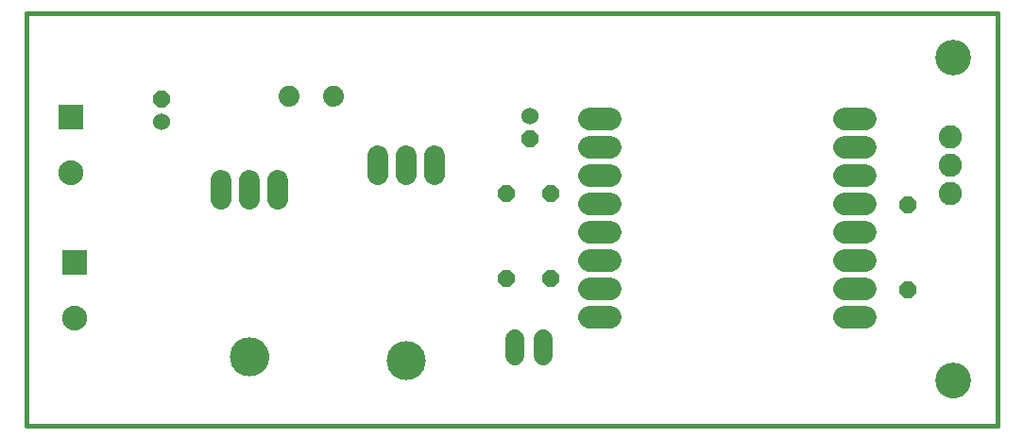
<source format=gts>
G75*
%MOIN*%
%OFA0B0*%
%FSLAX25Y25*%
%IPPOS*%
%LPD*%
%AMOC8*
5,1,8,0,0,1.08239X$1,22.5*
%
%ADD10C,0.01600*%
%ADD11OC8,0.06000*%
%ADD12C,0.06000*%
%ADD13C,0.08200*%
%ADD14R,0.08800X0.08800*%
%ADD15C,0.08800*%
%ADD16C,0.07400*%
%ADD17C,0.08000*%
%ADD18C,0.07400*%
%ADD19C,0.00000*%
%ADD20C,0.13800*%
%ADD21C,0.11824*%
%ADD22C,0.12611*%
%ADD23C,0.06800*%
D10*
X0001800Y0002252D02*
X0001800Y0147921D01*
X0344320Y0147921D01*
X0344320Y0002252D01*
X0001800Y0002252D01*
D11*
X0171091Y0054181D03*
X0186839Y0054181D03*
X0186839Y0084181D03*
X0171091Y0084181D03*
X0179438Y0103291D03*
X0049280Y0117512D03*
X0312824Y0080244D03*
X0312824Y0050244D03*
D12*
X0179438Y0111291D03*
X0049280Y0109512D03*
D13*
X0327745Y0104142D03*
X0327745Y0094142D03*
X0327745Y0084142D03*
D14*
X0018690Y0059850D03*
X0017509Y0111031D03*
D15*
X0017509Y0091346D03*
X0018690Y0040165D03*
D16*
X0094280Y0118512D03*
X0110028Y0118512D03*
D17*
X0200405Y0110441D02*
X0207605Y0110441D01*
X0207605Y0100441D02*
X0200405Y0100441D01*
X0200405Y0090441D02*
X0207605Y0090441D01*
X0207605Y0080441D02*
X0200405Y0080441D01*
X0200405Y0070441D02*
X0207605Y0070441D01*
X0207605Y0060441D02*
X0200405Y0060441D01*
X0200405Y0050441D02*
X0207605Y0050441D01*
X0207605Y0040441D02*
X0200405Y0040441D01*
X0290405Y0040441D02*
X0297605Y0040441D01*
X0297605Y0050441D02*
X0290405Y0050441D01*
X0290405Y0060441D02*
X0297605Y0060441D01*
X0297605Y0070441D02*
X0290405Y0070441D01*
X0290405Y0080441D02*
X0297605Y0080441D01*
X0297605Y0090441D02*
X0290405Y0090441D01*
X0290405Y0100441D02*
X0297605Y0100441D01*
X0297605Y0110441D02*
X0290405Y0110441D01*
D18*
X0145658Y0097481D02*
X0145658Y0090881D01*
X0135658Y0090881D02*
X0135658Y0097481D01*
X0125658Y0097481D02*
X0125658Y0090881D01*
X0090540Y0088859D02*
X0090540Y0082259D01*
X0080540Y0082259D02*
X0080540Y0088859D01*
X0070540Y0088859D02*
X0070540Y0082259D01*
D19*
X0074040Y0026559D02*
X0074042Y0026720D01*
X0074048Y0026880D01*
X0074058Y0027041D01*
X0074072Y0027201D01*
X0074090Y0027361D01*
X0074111Y0027520D01*
X0074137Y0027679D01*
X0074167Y0027837D01*
X0074200Y0027994D01*
X0074238Y0028151D01*
X0074279Y0028306D01*
X0074324Y0028460D01*
X0074373Y0028613D01*
X0074426Y0028765D01*
X0074482Y0028916D01*
X0074543Y0029065D01*
X0074606Y0029213D01*
X0074674Y0029359D01*
X0074745Y0029503D01*
X0074819Y0029645D01*
X0074897Y0029786D01*
X0074979Y0029924D01*
X0075064Y0030061D01*
X0075152Y0030195D01*
X0075244Y0030327D01*
X0075339Y0030457D01*
X0075437Y0030585D01*
X0075538Y0030710D01*
X0075642Y0030832D01*
X0075749Y0030952D01*
X0075859Y0031069D01*
X0075972Y0031184D01*
X0076088Y0031295D01*
X0076207Y0031404D01*
X0076328Y0031509D01*
X0076452Y0031612D01*
X0076578Y0031712D01*
X0076706Y0031808D01*
X0076837Y0031901D01*
X0076971Y0031991D01*
X0077106Y0032078D01*
X0077244Y0032161D01*
X0077383Y0032241D01*
X0077525Y0032317D01*
X0077668Y0032390D01*
X0077813Y0032459D01*
X0077960Y0032525D01*
X0078108Y0032587D01*
X0078258Y0032645D01*
X0078409Y0032700D01*
X0078562Y0032751D01*
X0078716Y0032798D01*
X0078871Y0032841D01*
X0079027Y0032880D01*
X0079183Y0032916D01*
X0079341Y0032947D01*
X0079499Y0032975D01*
X0079658Y0032999D01*
X0079818Y0033019D01*
X0079978Y0033035D01*
X0080138Y0033047D01*
X0080299Y0033055D01*
X0080460Y0033059D01*
X0080620Y0033059D01*
X0080781Y0033055D01*
X0080942Y0033047D01*
X0081102Y0033035D01*
X0081262Y0033019D01*
X0081422Y0032999D01*
X0081581Y0032975D01*
X0081739Y0032947D01*
X0081897Y0032916D01*
X0082053Y0032880D01*
X0082209Y0032841D01*
X0082364Y0032798D01*
X0082518Y0032751D01*
X0082671Y0032700D01*
X0082822Y0032645D01*
X0082972Y0032587D01*
X0083120Y0032525D01*
X0083267Y0032459D01*
X0083412Y0032390D01*
X0083555Y0032317D01*
X0083697Y0032241D01*
X0083836Y0032161D01*
X0083974Y0032078D01*
X0084109Y0031991D01*
X0084243Y0031901D01*
X0084374Y0031808D01*
X0084502Y0031712D01*
X0084628Y0031612D01*
X0084752Y0031509D01*
X0084873Y0031404D01*
X0084992Y0031295D01*
X0085108Y0031184D01*
X0085221Y0031069D01*
X0085331Y0030952D01*
X0085438Y0030832D01*
X0085542Y0030710D01*
X0085643Y0030585D01*
X0085741Y0030457D01*
X0085836Y0030327D01*
X0085928Y0030195D01*
X0086016Y0030061D01*
X0086101Y0029924D01*
X0086183Y0029786D01*
X0086261Y0029645D01*
X0086335Y0029503D01*
X0086406Y0029359D01*
X0086474Y0029213D01*
X0086537Y0029065D01*
X0086598Y0028916D01*
X0086654Y0028765D01*
X0086707Y0028613D01*
X0086756Y0028460D01*
X0086801Y0028306D01*
X0086842Y0028151D01*
X0086880Y0027994D01*
X0086913Y0027837D01*
X0086943Y0027679D01*
X0086969Y0027520D01*
X0086990Y0027361D01*
X0087008Y0027201D01*
X0087022Y0027041D01*
X0087032Y0026880D01*
X0087038Y0026720D01*
X0087040Y0026559D01*
X0087038Y0026398D01*
X0087032Y0026238D01*
X0087022Y0026077D01*
X0087008Y0025917D01*
X0086990Y0025757D01*
X0086969Y0025598D01*
X0086943Y0025439D01*
X0086913Y0025281D01*
X0086880Y0025124D01*
X0086842Y0024967D01*
X0086801Y0024812D01*
X0086756Y0024658D01*
X0086707Y0024505D01*
X0086654Y0024353D01*
X0086598Y0024202D01*
X0086537Y0024053D01*
X0086474Y0023905D01*
X0086406Y0023759D01*
X0086335Y0023615D01*
X0086261Y0023473D01*
X0086183Y0023332D01*
X0086101Y0023194D01*
X0086016Y0023057D01*
X0085928Y0022923D01*
X0085836Y0022791D01*
X0085741Y0022661D01*
X0085643Y0022533D01*
X0085542Y0022408D01*
X0085438Y0022286D01*
X0085331Y0022166D01*
X0085221Y0022049D01*
X0085108Y0021934D01*
X0084992Y0021823D01*
X0084873Y0021714D01*
X0084752Y0021609D01*
X0084628Y0021506D01*
X0084502Y0021406D01*
X0084374Y0021310D01*
X0084243Y0021217D01*
X0084109Y0021127D01*
X0083974Y0021040D01*
X0083836Y0020957D01*
X0083697Y0020877D01*
X0083555Y0020801D01*
X0083412Y0020728D01*
X0083267Y0020659D01*
X0083120Y0020593D01*
X0082972Y0020531D01*
X0082822Y0020473D01*
X0082671Y0020418D01*
X0082518Y0020367D01*
X0082364Y0020320D01*
X0082209Y0020277D01*
X0082053Y0020238D01*
X0081897Y0020202D01*
X0081739Y0020171D01*
X0081581Y0020143D01*
X0081422Y0020119D01*
X0081262Y0020099D01*
X0081102Y0020083D01*
X0080942Y0020071D01*
X0080781Y0020063D01*
X0080620Y0020059D01*
X0080460Y0020059D01*
X0080299Y0020063D01*
X0080138Y0020071D01*
X0079978Y0020083D01*
X0079818Y0020099D01*
X0079658Y0020119D01*
X0079499Y0020143D01*
X0079341Y0020171D01*
X0079183Y0020202D01*
X0079027Y0020238D01*
X0078871Y0020277D01*
X0078716Y0020320D01*
X0078562Y0020367D01*
X0078409Y0020418D01*
X0078258Y0020473D01*
X0078108Y0020531D01*
X0077960Y0020593D01*
X0077813Y0020659D01*
X0077668Y0020728D01*
X0077525Y0020801D01*
X0077383Y0020877D01*
X0077244Y0020957D01*
X0077106Y0021040D01*
X0076971Y0021127D01*
X0076837Y0021217D01*
X0076706Y0021310D01*
X0076578Y0021406D01*
X0076452Y0021506D01*
X0076328Y0021609D01*
X0076207Y0021714D01*
X0076088Y0021823D01*
X0075972Y0021934D01*
X0075859Y0022049D01*
X0075749Y0022166D01*
X0075642Y0022286D01*
X0075538Y0022408D01*
X0075437Y0022533D01*
X0075339Y0022661D01*
X0075244Y0022791D01*
X0075152Y0022923D01*
X0075064Y0023057D01*
X0074979Y0023194D01*
X0074897Y0023332D01*
X0074819Y0023473D01*
X0074745Y0023615D01*
X0074674Y0023759D01*
X0074606Y0023905D01*
X0074543Y0024053D01*
X0074482Y0024202D01*
X0074426Y0024353D01*
X0074373Y0024505D01*
X0074324Y0024658D01*
X0074279Y0024812D01*
X0074238Y0024967D01*
X0074200Y0025124D01*
X0074167Y0025281D01*
X0074137Y0025439D01*
X0074111Y0025598D01*
X0074090Y0025757D01*
X0074072Y0025917D01*
X0074058Y0026077D01*
X0074048Y0026238D01*
X0074042Y0026398D01*
X0074040Y0026559D01*
X0075028Y0025874D02*
X0075030Y0026022D01*
X0075036Y0026170D01*
X0075046Y0026318D01*
X0075060Y0026465D01*
X0075078Y0026612D01*
X0075099Y0026758D01*
X0075125Y0026904D01*
X0075155Y0027049D01*
X0075188Y0027193D01*
X0075226Y0027336D01*
X0075267Y0027478D01*
X0075312Y0027619D01*
X0075360Y0027759D01*
X0075413Y0027898D01*
X0075469Y0028035D01*
X0075529Y0028170D01*
X0075592Y0028304D01*
X0075659Y0028436D01*
X0075730Y0028566D01*
X0075804Y0028694D01*
X0075881Y0028820D01*
X0075962Y0028944D01*
X0076046Y0029066D01*
X0076133Y0029185D01*
X0076224Y0029302D01*
X0076318Y0029417D01*
X0076414Y0029529D01*
X0076514Y0029639D01*
X0076616Y0029745D01*
X0076722Y0029849D01*
X0076830Y0029950D01*
X0076941Y0030048D01*
X0077054Y0030144D01*
X0077170Y0030236D01*
X0077288Y0030325D01*
X0077409Y0030410D01*
X0077532Y0030493D01*
X0077657Y0030572D01*
X0077784Y0030648D01*
X0077913Y0030720D01*
X0078044Y0030789D01*
X0078177Y0030854D01*
X0078312Y0030915D01*
X0078448Y0030973D01*
X0078585Y0031028D01*
X0078724Y0031078D01*
X0078865Y0031125D01*
X0079006Y0031168D01*
X0079149Y0031208D01*
X0079293Y0031243D01*
X0079437Y0031275D01*
X0079583Y0031302D01*
X0079729Y0031326D01*
X0079876Y0031346D01*
X0080023Y0031362D01*
X0080170Y0031374D01*
X0080318Y0031382D01*
X0080466Y0031386D01*
X0080614Y0031386D01*
X0080762Y0031382D01*
X0080910Y0031374D01*
X0081057Y0031362D01*
X0081204Y0031346D01*
X0081351Y0031326D01*
X0081497Y0031302D01*
X0081643Y0031275D01*
X0081787Y0031243D01*
X0081931Y0031208D01*
X0082074Y0031168D01*
X0082215Y0031125D01*
X0082356Y0031078D01*
X0082495Y0031028D01*
X0082632Y0030973D01*
X0082768Y0030915D01*
X0082903Y0030854D01*
X0083036Y0030789D01*
X0083167Y0030720D01*
X0083296Y0030648D01*
X0083423Y0030572D01*
X0083548Y0030493D01*
X0083671Y0030410D01*
X0083792Y0030325D01*
X0083910Y0030236D01*
X0084026Y0030144D01*
X0084139Y0030048D01*
X0084250Y0029950D01*
X0084358Y0029849D01*
X0084464Y0029745D01*
X0084566Y0029639D01*
X0084666Y0029529D01*
X0084762Y0029417D01*
X0084856Y0029302D01*
X0084947Y0029185D01*
X0085034Y0029066D01*
X0085118Y0028944D01*
X0085199Y0028820D01*
X0085276Y0028694D01*
X0085350Y0028566D01*
X0085421Y0028436D01*
X0085488Y0028304D01*
X0085551Y0028170D01*
X0085611Y0028035D01*
X0085667Y0027898D01*
X0085720Y0027759D01*
X0085768Y0027619D01*
X0085813Y0027478D01*
X0085854Y0027336D01*
X0085892Y0027193D01*
X0085925Y0027049D01*
X0085955Y0026904D01*
X0085981Y0026758D01*
X0086002Y0026612D01*
X0086020Y0026465D01*
X0086034Y0026318D01*
X0086044Y0026170D01*
X0086050Y0026022D01*
X0086052Y0025874D01*
X0086050Y0025726D01*
X0086044Y0025578D01*
X0086034Y0025430D01*
X0086020Y0025283D01*
X0086002Y0025136D01*
X0085981Y0024990D01*
X0085955Y0024844D01*
X0085925Y0024699D01*
X0085892Y0024555D01*
X0085854Y0024412D01*
X0085813Y0024270D01*
X0085768Y0024129D01*
X0085720Y0023989D01*
X0085667Y0023850D01*
X0085611Y0023713D01*
X0085551Y0023578D01*
X0085488Y0023444D01*
X0085421Y0023312D01*
X0085350Y0023182D01*
X0085276Y0023054D01*
X0085199Y0022928D01*
X0085118Y0022804D01*
X0085034Y0022682D01*
X0084947Y0022563D01*
X0084856Y0022446D01*
X0084762Y0022331D01*
X0084666Y0022219D01*
X0084566Y0022109D01*
X0084464Y0022003D01*
X0084358Y0021899D01*
X0084250Y0021798D01*
X0084139Y0021700D01*
X0084026Y0021604D01*
X0083910Y0021512D01*
X0083792Y0021423D01*
X0083671Y0021338D01*
X0083548Y0021255D01*
X0083423Y0021176D01*
X0083296Y0021100D01*
X0083167Y0021028D01*
X0083036Y0020959D01*
X0082903Y0020894D01*
X0082768Y0020833D01*
X0082632Y0020775D01*
X0082495Y0020720D01*
X0082356Y0020670D01*
X0082215Y0020623D01*
X0082074Y0020580D01*
X0081931Y0020540D01*
X0081787Y0020505D01*
X0081643Y0020473D01*
X0081497Y0020446D01*
X0081351Y0020422D01*
X0081204Y0020402D01*
X0081057Y0020386D01*
X0080910Y0020374D01*
X0080762Y0020366D01*
X0080614Y0020362D01*
X0080466Y0020362D01*
X0080318Y0020366D01*
X0080170Y0020374D01*
X0080023Y0020386D01*
X0079876Y0020402D01*
X0079729Y0020422D01*
X0079583Y0020446D01*
X0079437Y0020473D01*
X0079293Y0020505D01*
X0079149Y0020540D01*
X0079006Y0020580D01*
X0078865Y0020623D01*
X0078724Y0020670D01*
X0078585Y0020720D01*
X0078448Y0020775D01*
X0078312Y0020833D01*
X0078177Y0020894D01*
X0078044Y0020959D01*
X0077913Y0021028D01*
X0077784Y0021100D01*
X0077657Y0021176D01*
X0077532Y0021255D01*
X0077409Y0021338D01*
X0077288Y0021423D01*
X0077170Y0021512D01*
X0077054Y0021604D01*
X0076941Y0021700D01*
X0076830Y0021798D01*
X0076722Y0021899D01*
X0076616Y0022003D01*
X0076514Y0022109D01*
X0076414Y0022219D01*
X0076318Y0022331D01*
X0076224Y0022446D01*
X0076133Y0022563D01*
X0076046Y0022682D01*
X0075962Y0022804D01*
X0075881Y0022928D01*
X0075804Y0023054D01*
X0075730Y0023182D01*
X0075659Y0023312D01*
X0075592Y0023444D01*
X0075529Y0023578D01*
X0075469Y0023713D01*
X0075413Y0023850D01*
X0075360Y0023989D01*
X0075312Y0024129D01*
X0075267Y0024270D01*
X0075226Y0024412D01*
X0075188Y0024555D01*
X0075155Y0024699D01*
X0075125Y0024844D01*
X0075099Y0024990D01*
X0075078Y0025136D01*
X0075060Y0025283D01*
X0075046Y0025430D01*
X0075036Y0025578D01*
X0075030Y0025726D01*
X0075028Y0025874D01*
X0130146Y0025874D02*
X0130148Y0026022D01*
X0130154Y0026170D01*
X0130164Y0026318D01*
X0130178Y0026465D01*
X0130196Y0026612D01*
X0130217Y0026758D01*
X0130243Y0026904D01*
X0130273Y0027049D01*
X0130306Y0027193D01*
X0130344Y0027336D01*
X0130385Y0027478D01*
X0130430Y0027619D01*
X0130478Y0027759D01*
X0130531Y0027898D01*
X0130587Y0028035D01*
X0130647Y0028170D01*
X0130710Y0028304D01*
X0130777Y0028436D01*
X0130848Y0028566D01*
X0130922Y0028694D01*
X0130999Y0028820D01*
X0131080Y0028944D01*
X0131164Y0029066D01*
X0131251Y0029185D01*
X0131342Y0029302D01*
X0131436Y0029417D01*
X0131532Y0029529D01*
X0131632Y0029639D01*
X0131734Y0029745D01*
X0131840Y0029849D01*
X0131948Y0029950D01*
X0132059Y0030048D01*
X0132172Y0030144D01*
X0132288Y0030236D01*
X0132406Y0030325D01*
X0132527Y0030410D01*
X0132650Y0030493D01*
X0132775Y0030572D01*
X0132902Y0030648D01*
X0133031Y0030720D01*
X0133162Y0030789D01*
X0133295Y0030854D01*
X0133430Y0030915D01*
X0133566Y0030973D01*
X0133703Y0031028D01*
X0133842Y0031078D01*
X0133983Y0031125D01*
X0134124Y0031168D01*
X0134267Y0031208D01*
X0134411Y0031243D01*
X0134555Y0031275D01*
X0134701Y0031302D01*
X0134847Y0031326D01*
X0134994Y0031346D01*
X0135141Y0031362D01*
X0135288Y0031374D01*
X0135436Y0031382D01*
X0135584Y0031386D01*
X0135732Y0031386D01*
X0135880Y0031382D01*
X0136028Y0031374D01*
X0136175Y0031362D01*
X0136322Y0031346D01*
X0136469Y0031326D01*
X0136615Y0031302D01*
X0136761Y0031275D01*
X0136905Y0031243D01*
X0137049Y0031208D01*
X0137192Y0031168D01*
X0137333Y0031125D01*
X0137474Y0031078D01*
X0137613Y0031028D01*
X0137750Y0030973D01*
X0137886Y0030915D01*
X0138021Y0030854D01*
X0138154Y0030789D01*
X0138285Y0030720D01*
X0138414Y0030648D01*
X0138541Y0030572D01*
X0138666Y0030493D01*
X0138789Y0030410D01*
X0138910Y0030325D01*
X0139028Y0030236D01*
X0139144Y0030144D01*
X0139257Y0030048D01*
X0139368Y0029950D01*
X0139476Y0029849D01*
X0139582Y0029745D01*
X0139684Y0029639D01*
X0139784Y0029529D01*
X0139880Y0029417D01*
X0139974Y0029302D01*
X0140065Y0029185D01*
X0140152Y0029066D01*
X0140236Y0028944D01*
X0140317Y0028820D01*
X0140394Y0028694D01*
X0140468Y0028566D01*
X0140539Y0028436D01*
X0140606Y0028304D01*
X0140669Y0028170D01*
X0140729Y0028035D01*
X0140785Y0027898D01*
X0140838Y0027759D01*
X0140886Y0027619D01*
X0140931Y0027478D01*
X0140972Y0027336D01*
X0141010Y0027193D01*
X0141043Y0027049D01*
X0141073Y0026904D01*
X0141099Y0026758D01*
X0141120Y0026612D01*
X0141138Y0026465D01*
X0141152Y0026318D01*
X0141162Y0026170D01*
X0141168Y0026022D01*
X0141170Y0025874D01*
X0141168Y0025726D01*
X0141162Y0025578D01*
X0141152Y0025430D01*
X0141138Y0025283D01*
X0141120Y0025136D01*
X0141099Y0024990D01*
X0141073Y0024844D01*
X0141043Y0024699D01*
X0141010Y0024555D01*
X0140972Y0024412D01*
X0140931Y0024270D01*
X0140886Y0024129D01*
X0140838Y0023989D01*
X0140785Y0023850D01*
X0140729Y0023713D01*
X0140669Y0023578D01*
X0140606Y0023444D01*
X0140539Y0023312D01*
X0140468Y0023182D01*
X0140394Y0023054D01*
X0140317Y0022928D01*
X0140236Y0022804D01*
X0140152Y0022682D01*
X0140065Y0022563D01*
X0139974Y0022446D01*
X0139880Y0022331D01*
X0139784Y0022219D01*
X0139684Y0022109D01*
X0139582Y0022003D01*
X0139476Y0021899D01*
X0139368Y0021798D01*
X0139257Y0021700D01*
X0139144Y0021604D01*
X0139028Y0021512D01*
X0138910Y0021423D01*
X0138789Y0021338D01*
X0138666Y0021255D01*
X0138541Y0021176D01*
X0138414Y0021100D01*
X0138285Y0021028D01*
X0138154Y0020959D01*
X0138021Y0020894D01*
X0137886Y0020833D01*
X0137750Y0020775D01*
X0137613Y0020720D01*
X0137474Y0020670D01*
X0137333Y0020623D01*
X0137192Y0020580D01*
X0137049Y0020540D01*
X0136905Y0020505D01*
X0136761Y0020473D01*
X0136615Y0020446D01*
X0136469Y0020422D01*
X0136322Y0020402D01*
X0136175Y0020386D01*
X0136028Y0020374D01*
X0135880Y0020366D01*
X0135732Y0020362D01*
X0135584Y0020362D01*
X0135436Y0020366D01*
X0135288Y0020374D01*
X0135141Y0020386D01*
X0134994Y0020402D01*
X0134847Y0020422D01*
X0134701Y0020446D01*
X0134555Y0020473D01*
X0134411Y0020505D01*
X0134267Y0020540D01*
X0134124Y0020580D01*
X0133983Y0020623D01*
X0133842Y0020670D01*
X0133703Y0020720D01*
X0133566Y0020775D01*
X0133430Y0020833D01*
X0133295Y0020894D01*
X0133162Y0020959D01*
X0133031Y0021028D01*
X0132902Y0021100D01*
X0132775Y0021176D01*
X0132650Y0021255D01*
X0132527Y0021338D01*
X0132406Y0021423D01*
X0132288Y0021512D01*
X0132172Y0021604D01*
X0132059Y0021700D01*
X0131948Y0021798D01*
X0131840Y0021899D01*
X0131734Y0022003D01*
X0131632Y0022109D01*
X0131532Y0022219D01*
X0131436Y0022331D01*
X0131342Y0022446D01*
X0131251Y0022563D01*
X0131164Y0022682D01*
X0131080Y0022804D01*
X0130999Y0022928D01*
X0130922Y0023054D01*
X0130848Y0023182D01*
X0130777Y0023312D01*
X0130710Y0023444D01*
X0130647Y0023578D01*
X0130587Y0023713D01*
X0130531Y0023850D01*
X0130478Y0023989D01*
X0130430Y0024129D01*
X0130385Y0024270D01*
X0130344Y0024412D01*
X0130306Y0024555D01*
X0130273Y0024699D01*
X0130243Y0024844D01*
X0130217Y0024990D01*
X0130196Y0025136D01*
X0130178Y0025283D01*
X0130164Y0025430D01*
X0130154Y0025578D01*
X0130148Y0025726D01*
X0130146Y0025874D01*
X0129158Y0025181D02*
X0129160Y0025342D01*
X0129166Y0025502D01*
X0129176Y0025663D01*
X0129190Y0025823D01*
X0129208Y0025983D01*
X0129229Y0026142D01*
X0129255Y0026301D01*
X0129285Y0026459D01*
X0129318Y0026616D01*
X0129356Y0026773D01*
X0129397Y0026928D01*
X0129442Y0027082D01*
X0129491Y0027235D01*
X0129544Y0027387D01*
X0129600Y0027538D01*
X0129661Y0027687D01*
X0129724Y0027835D01*
X0129792Y0027981D01*
X0129863Y0028125D01*
X0129937Y0028267D01*
X0130015Y0028408D01*
X0130097Y0028546D01*
X0130182Y0028683D01*
X0130270Y0028817D01*
X0130362Y0028949D01*
X0130457Y0029079D01*
X0130555Y0029207D01*
X0130656Y0029332D01*
X0130760Y0029454D01*
X0130867Y0029574D01*
X0130977Y0029691D01*
X0131090Y0029806D01*
X0131206Y0029917D01*
X0131325Y0030026D01*
X0131446Y0030131D01*
X0131570Y0030234D01*
X0131696Y0030334D01*
X0131824Y0030430D01*
X0131955Y0030523D01*
X0132089Y0030613D01*
X0132224Y0030700D01*
X0132362Y0030783D01*
X0132501Y0030863D01*
X0132643Y0030939D01*
X0132786Y0031012D01*
X0132931Y0031081D01*
X0133078Y0031147D01*
X0133226Y0031209D01*
X0133376Y0031267D01*
X0133527Y0031322D01*
X0133680Y0031373D01*
X0133834Y0031420D01*
X0133989Y0031463D01*
X0134145Y0031502D01*
X0134301Y0031538D01*
X0134459Y0031569D01*
X0134617Y0031597D01*
X0134776Y0031621D01*
X0134936Y0031641D01*
X0135096Y0031657D01*
X0135256Y0031669D01*
X0135417Y0031677D01*
X0135578Y0031681D01*
X0135738Y0031681D01*
X0135899Y0031677D01*
X0136060Y0031669D01*
X0136220Y0031657D01*
X0136380Y0031641D01*
X0136540Y0031621D01*
X0136699Y0031597D01*
X0136857Y0031569D01*
X0137015Y0031538D01*
X0137171Y0031502D01*
X0137327Y0031463D01*
X0137482Y0031420D01*
X0137636Y0031373D01*
X0137789Y0031322D01*
X0137940Y0031267D01*
X0138090Y0031209D01*
X0138238Y0031147D01*
X0138385Y0031081D01*
X0138530Y0031012D01*
X0138673Y0030939D01*
X0138815Y0030863D01*
X0138954Y0030783D01*
X0139092Y0030700D01*
X0139227Y0030613D01*
X0139361Y0030523D01*
X0139492Y0030430D01*
X0139620Y0030334D01*
X0139746Y0030234D01*
X0139870Y0030131D01*
X0139991Y0030026D01*
X0140110Y0029917D01*
X0140226Y0029806D01*
X0140339Y0029691D01*
X0140449Y0029574D01*
X0140556Y0029454D01*
X0140660Y0029332D01*
X0140761Y0029207D01*
X0140859Y0029079D01*
X0140954Y0028949D01*
X0141046Y0028817D01*
X0141134Y0028683D01*
X0141219Y0028546D01*
X0141301Y0028408D01*
X0141379Y0028267D01*
X0141453Y0028125D01*
X0141524Y0027981D01*
X0141592Y0027835D01*
X0141655Y0027687D01*
X0141716Y0027538D01*
X0141772Y0027387D01*
X0141825Y0027235D01*
X0141874Y0027082D01*
X0141919Y0026928D01*
X0141960Y0026773D01*
X0141998Y0026616D01*
X0142031Y0026459D01*
X0142061Y0026301D01*
X0142087Y0026142D01*
X0142108Y0025983D01*
X0142126Y0025823D01*
X0142140Y0025663D01*
X0142150Y0025502D01*
X0142156Y0025342D01*
X0142158Y0025181D01*
X0142156Y0025020D01*
X0142150Y0024860D01*
X0142140Y0024699D01*
X0142126Y0024539D01*
X0142108Y0024379D01*
X0142087Y0024220D01*
X0142061Y0024061D01*
X0142031Y0023903D01*
X0141998Y0023746D01*
X0141960Y0023589D01*
X0141919Y0023434D01*
X0141874Y0023280D01*
X0141825Y0023127D01*
X0141772Y0022975D01*
X0141716Y0022824D01*
X0141655Y0022675D01*
X0141592Y0022527D01*
X0141524Y0022381D01*
X0141453Y0022237D01*
X0141379Y0022095D01*
X0141301Y0021954D01*
X0141219Y0021816D01*
X0141134Y0021679D01*
X0141046Y0021545D01*
X0140954Y0021413D01*
X0140859Y0021283D01*
X0140761Y0021155D01*
X0140660Y0021030D01*
X0140556Y0020908D01*
X0140449Y0020788D01*
X0140339Y0020671D01*
X0140226Y0020556D01*
X0140110Y0020445D01*
X0139991Y0020336D01*
X0139870Y0020231D01*
X0139746Y0020128D01*
X0139620Y0020028D01*
X0139492Y0019932D01*
X0139361Y0019839D01*
X0139227Y0019749D01*
X0139092Y0019662D01*
X0138954Y0019579D01*
X0138815Y0019499D01*
X0138673Y0019423D01*
X0138530Y0019350D01*
X0138385Y0019281D01*
X0138238Y0019215D01*
X0138090Y0019153D01*
X0137940Y0019095D01*
X0137789Y0019040D01*
X0137636Y0018989D01*
X0137482Y0018942D01*
X0137327Y0018899D01*
X0137171Y0018860D01*
X0137015Y0018824D01*
X0136857Y0018793D01*
X0136699Y0018765D01*
X0136540Y0018741D01*
X0136380Y0018721D01*
X0136220Y0018705D01*
X0136060Y0018693D01*
X0135899Y0018685D01*
X0135738Y0018681D01*
X0135578Y0018681D01*
X0135417Y0018685D01*
X0135256Y0018693D01*
X0135096Y0018705D01*
X0134936Y0018721D01*
X0134776Y0018741D01*
X0134617Y0018765D01*
X0134459Y0018793D01*
X0134301Y0018824D01*
X0134145Y0018860D01*
X0133989Y0018899D01*
X0133834Y0018942D01*
X0133680Y0018989D01*
X0133527Y0019040D01*
X0133376Y0019095D01*
X0133226Y0019153D01*
X0133078Y0019215D01*
X0132931Y0019281D01*
X0132786Y0019350D01*
X0132643Y0019423D01*
X0132501Y0019499D01*
X0132362Y0019579D01*
X0132224Y0019662D01*
X0132089Y0019749D01*
X0131955Y0019839D01*
X0131824Y0019932D01*
X0131696Y0020028D01*
X0131570Y0020128D01*
X0131446Y0020231D01*
X0131325Y0020336D01*
X0131206Y0020445D01*
X0131090Y0020556D01*
X0130977Y0020671D01*
X0130867Y0020788D01*
X0130760Y0020908D01*
X0130656Y0021030D01*
X0130555Y0021155D01*
X0130457Y0021283D01*
X0130362Y0021413D01*
X0130270Y0021545D01*
X0130182Y0021679D01*
X0130097Y0021816D01*
X0130015Y0021954D01*
X0129937Y0022095D01*
X0129863Y0022237D01*
X0129792Y0022381D01*
X0129724Y0022527D01*
X0129661Y0022675D01*
X0129600Y0022824D01*
X0129544Y0022975D01*
X0129491Y0023127D01*
X0129442Y0023280D01*
X0129397Y0023434D01*
X0129356Y0023589D01*
X0129318Y0023746D01*
X0129285Y0023903D01*
X0129255Y0024061D01*
X0129229Y0024220D01*
X0129208Y0024379D01*
X0129190Y0024539D01*
X0129176Y0024699D01*
X0129166Y0024860D01*
X0129160Y0025020D01*
X0129158Y0025181D01*
X0322666Y0018000D02*
X0322668Y0018153D01*
X0322674Y0018307D01*
X0322684Y0018460D01*
X0322698Y0018612D01*
X0322716Y0018765D01*
X0322738Y0018916D01*
X0322763Y0019067D01*
X0322793Y0019218D01*
X0322827Y0019368D01*
X0322864Y0019516D01*
X0322905Y0019664D01*
X0322950Y0019810D01*
X0322999Y0019956D01*
X0323052Y0020100D01*
X0323108Y0020242D01*
X0323168Y0020383D01*
X0323232Y0020523D01*
X0323299Y0020661D01*
X0323370Y0020797D01*
X0323445Y0020931D01*
X0323522Y0021063D01*
X0323604Y0021193D01*
X0323688Y0021321D01*
X0323776Y0021447D01*
X0323867Y0021570D01*
X0323961Y0021691D01*
X0324059Y0021809D01*
X0324159Y0021925D01*
X0324263Y0022038D01*
X0324369Y0022149D01*
X0324478Y0022257D01*
X0324590Y0022362D01*
X0324704Y0022463D01*
X0324822Y0022562D01*
X0324941Y0022658D01*
X0325063Y0022751D01*
X0325188Y0022840D01*
X0325315Y0022927D01*
X0325444Y0023009D01*
X0325575Y0023089D01*
X0325708Y0023165D01*
X0325843Y0023238D01*
X0325980Y0023307D01*
X0326119Y0023372D01*
X0326259Y0023434D01*
X0326401Y0023492D01*
X0326544Y0023547D01*
X0326689Y0023598D01*
X0326835Y0023645D01*
X0326982Y0023688D01*
X0327130Y0023727D01*
X0327279Y0023763D01*
X0327429Y0023794D01*
X0327580Y0023822D01*
X0327731Y0023846D01*
X0327884Y0023866D01*
X0328036Y0023882D01*
X0328189Y0023894D01*
X0328342Y0023902D01*
X0328495Y0023906D01*
X0328649Y0023906D01*
X0328802Y0023902D01*
X0328955Y0023894D01*
X0329108Y0023882D01*
X0329260Y0023866D01*
X0329413Y0023846D01*
X0329564Y0023822D01*
X0329715Y0023794D01*
X0329865Y0023763D01*
X0330014Y0023727D01*
X0330162Y0023688D01*
X0330309Y0023645D01*
X0330455Y0023598D01*
X0330600Y0023547D01*
X0330743Y0023492D01*
X0330885Y0023434D01*
X0331025Y0023372D01*
X0331164Y0023307D01*
X0331301Y0023238D01*
X0331436Y0023165D01*
X0331569Y0023089D01*
X0331700Y0023009D01*
X0331829Y0022927D01*
X0331956Y0022840D01*
X0332081Y0022751D01*
X0332203Y0022658D01*
X0332322Y0022562D01*
X0332440Y0022463D01*
X0332554Y0022362D01*
X0332666Y0022257D01*
X0332775Y0022149D01*
X0332881Y0022038D01*
X0332985Y0021925D01*
X0333085Y0021809D01*
X0333183Y0021691D01*
X0333277Y0021570D01*
X0333368Y0021447D01*
X0333456Y0021321D01*
X0333540Y0021193D01*
X0333622Y0021063D01*
X0333699Y0020931D01*
X0333774Y0020797D01*
X0333845Y0020661D01*
X0333912Y0020523D01*
X0333976Y0020383D01*
X0334036Y0020242D01*
X0334092Y0020100D01*
X0334145Y0019956D01*
X0334194Y0019810D01*
X0334239Y0019664D01*
X0334280Y0019516D01*
X0334317Y0019368D01*
X0334351Y0019218D01*
X0334381Y0019067D01*
X0334406Y0018916D01*
X0334428Y0018765D01*
X0334446Y0018612D01*
X0334460Y0018460D01*
X0334470Y0018307D01*
X0334476Y0018153D01*
X0334478Y0018000D01*
X0334476Y0017847D01*
X0334470Y0017693D01*
X0334460Y0017540D01*
X0334446Y0017388D01*
X0334428Y0017235D01*
X0334406Y0017084D01*
X0334381Y0016933D01*
X0334351Y0016782D01*
X0334317Y0016632D01*
X0334280Y0016484D01*
X0334239Y0016336D01*
X0334194Y0016190D01*
X0334145Y0016044D01*
X0334092Y0015900D01*
X0334036Y0015758D01*
X0333976Y0015617D01*
X0333912Y0015477D01*
X0333845Y0015339D01*
X0333774Y0015203D01*
X0333699Y0015069D01*
X0333622Y0014937D01*
X0333540Y0014807D01*
X0333456Y0014679D01*
X0333368Y0014553D01*
X0333277Y0014430D01*
X0333183Y0014309D01*
X0333085Y0014191D01*
X0332985Y0014075D01*
X0332881Y0013962D01*
X0332775Y0013851D01*
X0332666Y0013743D01*
X0332554Y0013638D01*
X0332440Y0013537D01*
X0332322Y0013438D01*
X0332203Y0013342D01*
X0332081Y0013249D01*
X0331956Y0013160D01*
X0331829Y0013073D01*
X0331700Y0012991D01*
X0331569Y0012911D01*
X0331436Y0012835D01*
X0331301Y0012762D01*
X0331164Y0012693D01*
X0331025Y0012628D01*
X0330885Y0012566D01*
X0330743Y0012508D01*
X0330600Y0012453D01*
X0330455Y0012402D01*
X0330309Y0012355D01*
X0330162Y0012312D01*
X0330014Y0012273D01*
X0329865Y0012237D01*
X0329715Y0012206D01*
X0329564Y0012178D01*
X0329413Y0012154D01*
X0329260Y0012134D01*
X0329108Y0012118D01*
X0328955Y0012106D01*
X0328802Y0012098D01*
X0328649Y0012094D01*
X0328495Y0012094D01*
X0328342Y0012098D01*
X0328189Y0012106D01*
X0328036Y0012118D01*
X0327884Y0012134D01*
X0327731Y0012154D01*
X0327580Y0012178D01*
X0327429Y0012206D01*
X0327279Y0012237D01*
X0327130Y0012273D01*
X0326982Y0012312D01*
X0326835Y0012355D01*
X0326689Y0012402D01*
X0326544Y0012453D01*
X0326401Y0012508D01*
X0326259Y0012566D01*
X0326119Y0012628D01*
X0325980Y0012693D01*
X0325843Y0012762D01*
X0325708Y0012835D01*
X0325575Y0012911D01*
X0325444Y0012991D01*
X0325315Y0013073D01*
X0325188Y0013160D01*
X0325063Y0013249D01*
X0324941Y0013342D01*
X0324822Y0013438D01*
X0324704Y0013537D01*
X0324590Y0013638D01*
X0324478Y0013743D01*
X0324369Y0013851D01*
X0324263Y0013962D01*
X0324159Y0014075D01*
X0324059Y0014191D01*
X0323961Y0014309D01*
X0323867Y0014430D01*
X0323776Y0014553D01*
X0323688Y0014679D01*
X0323604Y0014807D01*
X0323522Y0014937D01*
X0323445Y0015069D01*
X0323370Y0015203D01*
X0323299Y0015339D01*
X0323232Y0015477D01*
X0323168Y0015617D01*
X0323108Y0015758D01*
X0323052Y0015900D01*
X0322999Y0016044D01*
X0322950Y0016190D01*
X0322905Y0016336D01*
X0322864Y0016484D01*
X0322827Y0016632D01*
X0322793Y0016782D01*
X0322763Y0016933D01*
X0322738Y0017084D01*
X0322716Y0017235D01*
X0322698Y0017388D01*
X0322684Y0017540D01*
X0322674Y0017693D01*
X0322668Y0017847D01*
X0322666Y0018000D01*
X0322666Y0132173D02*
X0322668Y0132326D01*
X0322674Y0132480D01*
X0322684Y0132633D01*
X0322698Y0132785D01*
X0322716Y0132938D01*
X0322738Y0133089D01*
X0322763Y0133240D01*
X0322793Y0133391D01*
X0322827Y0133541D01*
X0322864Y0133689D01*
X0322905Y0133837D01*
X0322950Y0133983D01*
X0322999Y0134129D01*
X0323052Y0134273D01*
X0323108Y0134415D01*
X0323168Y0134556D01*
X0323232Y0134696D01*
X0323299Y0134834D01*
X0323370Y0134970D01*
X0323445Y0135104D01*
X0323522Y0135236D01*
X0323604Y0135366D01*
X0323688Y0135494D01*
X0323776Y0135620D01*
X0323867Y0135743D01*
X0323961Y0135864D01*
X0324059Y0135982D01*
X0324159Y0136098D01*
X0324263Y0136211D01*
X0324369Y0136322D01*
X0324478Y0136430D01*
X0324590Y0136535D01*
X0324704Y0136636D01*
X0324822Y0136735D01*
X0324941Y0136831D01*
X0325063Y0136924D01*
X0325188Y0137013D01*
X0325315Y0137100D01*
X0325444Y0137182D01*
X0325575Y0137262D01*
X0325708Y0137338D01*
X0325843Y0137411D01*
X0325980Y0137480D01*
X0326119Y0137545D01*
X0326259Y0137607D01*
X0326401Y0137665D01*
X0326544Y0137720D01*
X0326689Y0137771D01*
X0326835Y0137818D01*
X0326982Y0137861D01*
X0327130Y0137900D01*
X0327279Y0137936D01*
X0327429Y0137967D01*
X0327580Y0137995D01*
X0327731Y0138019D01*
X0327884Y0138039D01*
X0328036Y0138055D01*
X0328189Y0138067D01*
X0328342Y0138075D01*
X0328495Y0138079D01*
X0328649Y0138079D01*
X0328802Y0138075D01*
X0328955Y0138067D01*
X0329108Y0138055D01*
X0329260Y0138039D01*
X0329413Y0138019D01*
X0329564Y0137995D01*
X0329715Y0137967D01*
X0329865Y0137936D01*
X0330014Y0137900D01*
X0330162Y0137861D01*
X0330309Y0137818D01*
X0330455Y0137771D01*
X0330600Y0137720D01*
X0330743Y0137665D01*
X0330885Y0137607D01*
X0331025Y0137545D01*
X0331164Y0137480D01*
X0331301Y0137411D01*
X0331436Y0137338D01*
X0331569Y0137262D01*
X0331700Y0137182D01*
X0331829Y0137100D01*
X0331956Y0137013D01*
X0332081Y0136924D01*
X0332203Y0136831D01*
X0332322Y0136735D01*
X0332440Y0136636D01*
X0332554Y0136535D01*
X0332666Y0136430D01*
X0332775Y0136322D01*
X0332881Y0136211D01*
X0332985Y0136098D01*
X0333085Y0135982D01*
X0333183Y0135864D01*
X0333277Y0135743D01*
X0333368Y0135620D01*
X0333456Y0135494D01*
X0333540Y0135366D01*
X0333622Y0135236D01*
X0333699Y0135104D01*
X0333774Y0134970D01*
X0333845Y0134834D01*
X0333912Y0134696D01*
X0333976Y0134556D01*
X0334036Y0134415D01*
X0334092Y0134273D01*
X0334145Y0134129D01*
X0334194Y0133983D01*
X0334239Y0133837D01*
X0334280Y0133689D01*
X0334317Y0133541D01*
X0334351Y0133391D01*
X0334381Y0133240D01*
X0334406Y0133089D01*
X0334428Y0132938D01*
X0334446Y0132785D01*
X0334460Y0132633D01*
X0334470Y0132480D01*
X0334476Y0132326D01*
X0334478Y0132173D01*
X0334476Y0132020D01*
X0334470Y0131866D01*
X0334460Y0131713D01*
X0334446Y0131561D01*
X0334428Y0131408D01*
X0334406Y0131257D01*
X0334381Y0131106D01*
X0334351Y0130955D01*
X0334317Y0130805D01*
X0334280Y0130657D01*
X0334239Y0130509D01*
X0334194Y0130363D01*
X0334145Y0130217D01*
X0334092Y0130073D01*
X0334036Y0129931D01*
X0333976Y0129790D01*
X0333912Y0129650D01*
X0333845Y0129512D01*
X0333774Y0129376D01*
X0333699Y0129242D01*
X0333622Y0129110D01*
X0333540Y0128980D01*
X0333456Y0128852D01*
X0333368Y0128726D01*
X0333277Y0128603D01*
X0333183Y0128482D01*
X0333085Y0128364D01*
X0332985Y0128248D01*
X0332881Y0128135D01*
X0332775Y0128024D01*
X0332666Y0127916D01*
X0332554Y0127811D01*
X0332440Y0127710D01*
X0332322Y0127611D01*
X0332203Y0127515D01*
X0332081Y0127422D01*
X0331956Y0127333D01*
X0331829Y0127246D01*
X0331700Y0127164D01*
X0331569Y0127084D01*
X0331436Y0127008D01*
X0331301Y0126935D01*
X0331164Y0126866D01*
X0331025Y0126801D01*
X0330885Y0126739D01*
X0330743Y0126681D01*
X0330600Y0126626D01*
X0330455Y0126575D01*
X0330309Y0126528D01*
X0330162Y0126485D01*
X0330014Y0126446D01*
X0329865Y0126410D01*
X0329715Y0126379D01*
X0329564Y0126351D01*
X0329413Y0126327D01*
X0329260Y0126307D01*
X0329108Y0126291D01*
X0328955Y0126279D01*
X0328802Y0126271D01*
X0328649Y0126267D01*
X0328495Y0126267D01*
X0328342Y0126271D01*
X0328189Y0126279D01*
X0328036Y0126291D01*
X0327884Y0126307D01*
X0327731Y0126327D01*
X0327580Y0126351D01*
X0327429Y0126379D01*
X0327279Y0126410D01*
X0327130Y0126446D01*
X0326982Y0126485D01*
X0326835Y0126528D01*
X0326689Y0126575D01*
X0326544Y0126626D01*
X0326401Y0126681D01*
X0326259Y0126739D01*
X0326119Y0126801D01*
X0325980Y0126866D01*
X0325843Y0126935D01*
X0325708Y0127008D01*
X0325575Y0127084D01*
X0325444Y0127164D01*
X0325315Y0127246D01*
X0325188Y0127333D01*
X0325063Y0127422D01*
X0324941Y0127515D01*
X0324822Y0127611D01*
X0324704Y0127710D01*
X0324590Y0127811D01*
X0324478Y0127916D01*
X0324369Y0128024D01*
X0324263Y0128135D01*
X0324159Y0128248D01*
X0324059Y0128364D01*
X0323961Y0128482D01*
X0323867Y0128603D01*
X0323776Y0128726D01*
X0323688Y0128852D01*
X0323604Y0128980D01*
X0323522Y0129110D01*
X0323445Y0129242D01*
X0323370Y0129376D01*
X0323299Y0129512D01*
X0323232Y0129650D01*
X0323168Y0129790D01*
X0323108Y0129931D01*
X0323052Y0130073D01*
X0322999Y0130217D01*
X0322950Y0130363D01*
X0322905Y0130509D01*
X0322864Y0130657D01*
X0322827Y0130805D01*
X0322793Y0130955D01*
X0322763Y0131106D01*
X0322738Y0131257D01*
X0322716Y0131408D01*
X0322698Y0131561D01*
X0322684Y0131713D01*
X0322674Y0131866D01*
X0322668Y0132020D01*
X0322666Y0132173D01*
D20*
X0080540Y0026559D03*
X0135658Y0025181D03*
D21*
X0135658Y0025874D03*
X0080540Y0025874D03*
D22*
X0328572Y0018000D03*
X0328572Y0132173D03*
D23*
X0183965Y0032811D02*
X0183965Y0026811D01*
X0173965Y0026811D02*
X0173965Y0032811D01*
M02*

</source>
